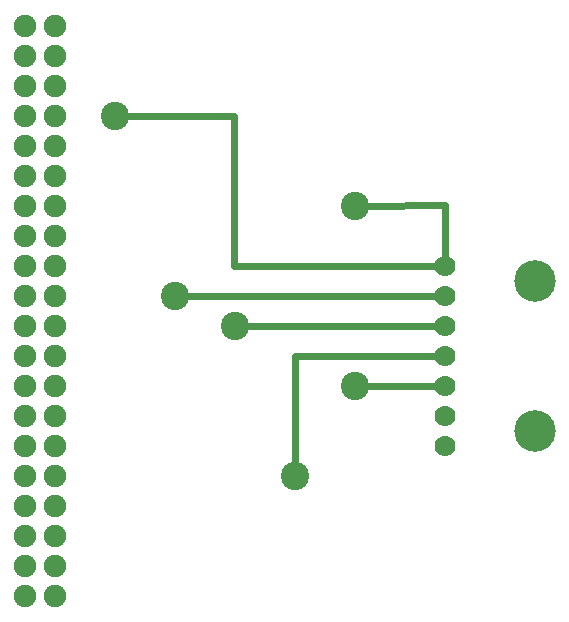
<source format=gbl>
G04 MADE WITH FRITZING*
G04 WWW.FRITZING.ORG*
G04 DOUBLE SIDED*
G04 HOLES PLATED*
G04 CONTOUR ON CENTER OF CONTOUR VECTOR*
%ASAXBY*%
%FSLAX23Y23*%
%MOIN*%
%OFA0B0*%
%SFA1.0B1.0*%
%ADD10C,0.070000*%
%ADD11C,0.138425*%
%ADD12C,0.075361*%
%ADD13C,0.094488*%
%ADD14C,0.024000*%
%LNCOPPER0*%
G90*
G70*
G54D10*
X1488Y1283D03*
G54D11*
X1788Y1233D03*
G54D10*
X1488Y1183D03*
X1488Y1083D03*
X1488Y983D03*
X1488Y883D03*
X1488Y783D03*
G54D11*
X1788Y733D03*
G54D10*
X1488Y683D03*
G54D12*
X188Y183D03*
X188Y283D03*
X188Y383D03*
X188Y483D03*
X188Y583D03*
X188Y683D03*
X188Y783D03*
X188Y883D03*
X188Y983D03*
X188Y1083D03*
X188Y1183D03*
X188Y1283D03*
X188Y1383D03*
X188Y1483D03*
X188Y1584D03*
X188Y1683D03*
X188Y1783D03*
X188Y1883D03*
X188Y1983D03*
X188Y2084D03*
X88Y2084D03*
X88Y1983D03*
X88Y1883D03*
X88Y1783D03*
X88Y1683D03*
X88Y1584D03*
X88Y1483D03*
X88Y1383D03*
X88Y1283D03*
X88Y1183D03*
X88Y1083D03*
X88Y983D03*
X88Y883D03*
X88Y783D03*
X88Y683D03*
X88Y583D03*
X88Y483D03*
X88Y383D03*
X88Y283D03*
X88Y183D03*
G54D13*
X988Y583D03*
X388Y1783D03*
X588Y1183D03*
X788Y1083D03*
X1188Y1483D03*
X1188Y883D03*
G54D14*
X1457Y1183D02*
X614Y1183D01*
D02*
X1457Y983D02*
X987Y981D01*
D02*
X987Y981D02*
X988Y610D01*
D02*
X1457Y1083D02*
X814Y1083D01*
D02*
X785Y1784D02*
X414Y1783D01*
D02*
X785Y1284D02*
X785Y1784D01*
D02*
X1457Y1283D02*
X785Y1284D01*
D02*
X1214Y883D02*
X1457Y883D01*
D02*
X1214Y1484D02*
X1487Y1486D01*
D02*
X1487Y1486D02*
X1487Y1314D01*
G04 End of Copper0*
M02*
</source>
